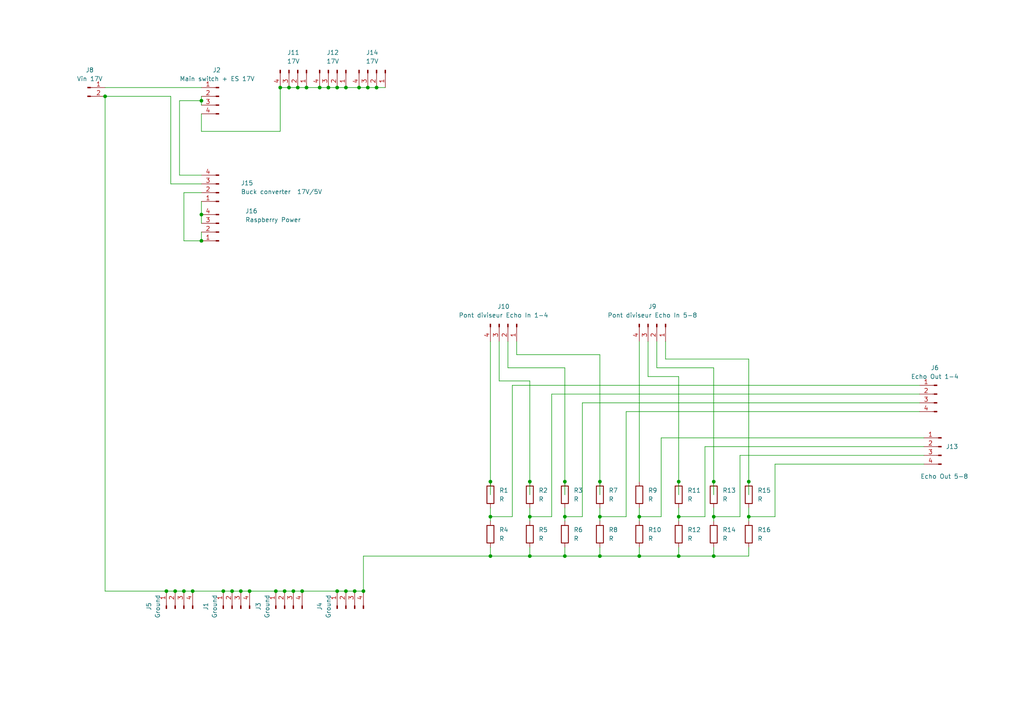
<source format=kicad_sch>
(kicad_sch (version 20250114) (generator "eeschema") (generator_version "9.0")
  (paper "A4")
  (lib_symbols
    (symbol "Connector:Conn_01x02_Pin" (pin_names (offset 1.016) (hide yes))
      (property "Reference" "J" (at 0 2.54 0))
      (property "Value" "Conn_01x02_Pin" (at 0 -5.08 0))
      (symbol "Conn_01x02_Pin_1_1"
        (rectangle (start 0.8636 0.127) (end 0 -0.127) (stroke (width 0.1524)) (fill (type outline)))
        (rectangle (start 0.8636 -2.413) (end 0 -2.667) (stroke (width 0.1524)) (fill (type outline)))
        (polyline (pts (xy 1.27 0) (xy 0.8636 0)) (stroke (width 0.1524)))
        (polyline (pts (xy 1.27 -2.54) (xy 0.8636 -2.54)) (stroke (width 0.1524)))
        (pin passive line (at 5.08 0 180) (length 3.81) (name "Pin_1") (number "1"))
        (pin passive line (at 5.08 -2.54 180) (length 3.81) (name "Pin_2") (number "2"))
      )
    )
    (symbol "Connector:Conn_01x04_Pin" (pin_names (offset 1.016) (hide yes))
      (property "Reference" "J" (at 0 5.08 0))
      (property "Value" "Conn_01x04_Pin" (at 0 -7.62 0))
      (symbol "Conn_01x04_Pin_1_1"
        (rectangle (start 0.8636 2.667) (end 0 2.413) (stroke (width 0.1524)) (fill (type outline)))
        (rectangle (start 0.8636 0.127) (end 0 -0.127) (stroke (width 0.1524)) (fill (type outline)))
        (rectangle (start 0.8636 -2.413) (end 0 -2.667) (stroke (width 0.1524)) (fill (type outline)))
        (rectangle (start 0.8636 -4.953) (end 0 -5.207) (stroke (width 0.1524)) (fill (type outline)))
        (polyline (pts (xy 1.27 2.54) (xy 0.8636 2.54)) (stroke (width 0.1524)))
        (polyline (pts (xy 1.27 0) (xy 0.8636 0)) (stroke (width 0.1524)))
        (polyline (pts (xy 1.27 -2.54) (xy 0.8636 -2.54)) (stroke (width 0.1524)))
        (polyline (pts (xy 1.27 -5.08) (xy 0.8636 -5.08)) (stroke (width 0.1524)))
        (pin passive line (at 5.08 2.54 180) (length 3.81) (name "Pin_1") (number "1"))
        (pin passive line (at 5.08 0 180) (length 3.81) (name "Pin_2") (number "2"))
        (pin passive line (at 5.08 -2.54 180) (length 3.81) (name "Pin_3") (number "3"))
        (pin passive line (at 5.08 -5.08 180) (length 3.81) (name "Pin_4") (number "4"))
      )
    )
    (symbol "Device:R" (pin_numbers (hide yes)) (pin_names (offset 0))
      (property "Reference" "R" (at 2.032 0 90))
      (property "Value" "R" (at 0 0 90))
      (symbol "R_0_1"
        (rectangle (start -1.016 -2.54) (end 1.016 2.54) (stroke (width 0.254)))
      )
      (symbol "R_1_1"
        (pin passive line (at 0 3.81 270) (length 1.27) (name "~") (number "1"))
        (pin passive line (at 0 -3.81 90) (length 1.27) (name "~") (number "2"))
      )
    )
  )
  (junction (at 207.01 161.29))
  (junction (at 80.01 171.45))
  (junction (at 142.24 139.7))
  (junction (at 109.22 25.4))
  (junction (at 196.85 149.86))
  (junction (at 153.67 149.86))
  (junction (at 83.82 25.4))
  (junction (at 106.68 25.4))
  (junction (at 173.99 149.86))
  (junction (at 196.85 139.7))
  (junction (at 69.85 171.45))
  (junction (at 55.88 171.45))
  (junction (at 153.67 139.7))
  (junction (at 30.48 27.94))
  (junction (at 104.14 25.4))
  (junction (at 81.28 25.4))
  (junction (at 92.71 25.4))
  (junction (at 82.55 171.45))
  (junction (at 85.09 171.45))
  (junction (at 64.77 171.45))
  (junction (at 86.36 25.4))
  (junction (at 67.31 171.45))
  (junction (at 97.79 171.45))
  (junction (at 217.17 139.7))
  (junction (at 163.83 149.86))
  (junction (at 58.42 69.85))
  (junction (at 97.79 25.4))
  (junction (at 58.42 62.23))
  (junction (at 53.34 171.45))
  (junction (at 196.85 161.29))
  (junction (at 142.24 161.29))
  (junction (at 163.83 139.7))
  (junction (at 48.26 171.45))
  (junction (at 58.42 29.21))
  (junction (at 95.25 25.4))
  (junction (at 105.41 171.45))
  (junction (at 87.63 171.45))
  (junction (at 153.67 161.29))
  (junction (at 163.83 161.29))
  (junction (at 88.9 25.4))
  (junction (at 100.33 25.4))
  (junction (at 100.33 171.45))
  (junction (at 142.24 149.86))
  (junction (at 173.99 139.7))
  (junction (at 207.01 149.86))
  (junction (at 185.42 161.29))
  (junction (at 207.01 139.7))
  (junction (at 102.87 171.45))
  (junction (at 72.39 171.45))
  (junction (at 173.99 161.29))
  (junction (at 217.17 149.86))
  (junction (at 50.8 171.45))
  (junction (at 185.42 149.86))
  (wire (pts (xy 100.33 25.4) (xy 104.14 25.4)))
  (wire (pts (xy 58.42 67.31) (xy 58.42 69.85)))
  (wire (pts (xy 58.42 55.88) (xy 53.34 55.88)))
  (wire (pts (xy 173.99 102.87) (xy 149.86 102.87)))
  (wire (pts (xy 58.42 27.94) (xy 58.42 29.21)))
  (wire (pts (xy 48.26 171.45) (xy 50.8 171.45)))
  (wire (pts (xy 168.91 149.86) (xy 168.91 116.84)))
  (wire (pts (xy 80.01 171.45) (xy 82.55 171.45)))
  (wire (pts (xy 160.02 114.3) (xy 266.7 114.3)))
  (wire (pts (xy 52.07 50.8) (xy 58.42 50.8)))
  (wire (pts (xy 173.99 161.29) (xy 185.42 161.29)))
  (wire (pts (xy 53.34 171.45) (xy 55.88 171.45)))
  (wire (pts (xy 144.78 110.49) (xy 144.78 99.06)))
  (wire (pts (xy 142.24 149.86) (xy 148.59 149.86)))
  (wire (pts (xy 196.85 143.51) (xy 196.85 139.7)))
  (wire (pts (xy 185.42 161.29) (xy 196.85 161.29)))
  (wire (pts (xy 191.77 127) (xy 267.97 127)))
  (wire (pts (xy 81.28 38.1) (xy 81.28 25.4)))
  (wire (pts (xy 163.83 147.32) (xy 163.83 149.86)))
  (wire (pts (xy 52.07 29.21) (xy 52.07 50.8)))
  (wire (pts (xy 163.83 143.51) (xy 163.83 139.7)))
  (wire (pts (xy 196.85 109.22) (xy 187.96 109.22)))
  (wire (pts (xy 163.83 149.86) (xy 168.91 149.86)))
  (wire (pts (xy 224.79 149.86) (xy 224.79 134.62)))
  (wire (pts (xy 147.32 106.68) (xy 147.32 99.06)))
  (wire (pts (xy 173.99 139.7) (xy 173.99 102.87)))
  (wire (pts (xy 153.67 110.49) (xy 144.78 110.49)))
  (wire (pts (xy 217.17 143.51) (xy 217.17 139.7)))
  (wire (pts (xy 173.99 158.75) (xy 173.99 161.29)))
  (wire (pts (xy 207.01 143.51) (xy 207.01 139.7)))
  (wire (pts (xy 109.22 25.4) (xy 111.76 25.4)))
  (wire (pts (xy 87.63 171.45) (xy 97.79 171.45)))
  (wire (pts (xy 53.34 69.85) (xy 58.42 69.85)))
  (wire (pts (xy 83.82 25.4) (xy 86.36 25.4)))
  (wire (pts (xy 153.67 149.86) (xy 160.02 149.86)))
  (wire (pts (xy 142.24 143.51) (xy 142.24 139.7)))
  (wire (pts (xy 217.17 149.86) (xy 217.17 151.13)))
  (wire (pts (xy 196.85 149.86) (xy 204.47 149.86)))
  (wire (pts (xy 153.67 139.7) (xy 153.67 110.49)))
  (wire (pts (xy 106.68 25.4) (xy 109.22 25.4)))
  (wire (pts (xy 217.17 139.7) (xy 217.17 104.14)))
  (wire (pts (xy 163.83 158.75) (xy 163.83 161.29)))
  (wire (pts (xy 148.59 111.76) (xy 266.7 111.76)))
  (wire (pts (xy 72.39 171.45) (xy 80.01 171.45)))
  (wire (pts (xy 196.85 158.75) (xy 196.85 161.29)))
  (wire (pts (xy 163.83 149.86) (xy 163.83 151.13)))
  (wire (pts (xy 196.85 139.7) (xy 196.85 109.22)))
  (wire (pts (xy 217.17 158.75) (xy 217.17 161.29)))
  (wire (pts (xy 207.01 139.7) (xy 207.01 106.68)))
  (wire (pts (xy 105.41 161.29) (xy 105.41 171.45)))
  (wire (pts (xy 185.42 99.06) (xy 185.42 139.7)))
  (wire (pts (xy 149.86 102.87) (xy 149.86 99.06)))
  (wire (pts (xy 173.99 143.51) (xy 173.99 139.7)))
  (wire (pts (xy 58.42 62.23) (xy 58.42 58.42)))
  (wire (pts (xy 173.99 149.86) (xy 181.61 149.86)))
  (wire (pts (xy 30.48 171.45) (xy 48.26 171.45)))
  (wire (pts (xy 49.53 53.34) (xy 58.42 53.34)))
  (wire (pts (xy 142.24 158.75) (xy 142.24 161.29)))
  (wire (pts (xy 142.24 161.29) (xy 153.67 161.29)))
  (wire (pts (xy 55.88 171.45) (xy 64.77 171.45)))
  (wire (pts (xy 92.71 25.4) (xy 95.25 25.4)))
  (wire (pts (xy 81.28 25.4) (xy 83.82 25.4)))
  (wire (pts (xy 88.9 25.4) (xy 92.71 25.4)))
  (wire (pts (xy 187.96 109.22) (xy 187.96 99.06)))
  (wire (pts (xy 30.48 27.94) (xy 30.48 171.45)))
  (wire (pts (xy 102.87 171.45) (xy 105.41 171.45)))
  (wire (pts (xy 105.41 161.29) (xy 142.24 161.29)))
  (wire (pts (xy 69.85 171.45) (xy 72.39 171.45)))
  (wire (pts (xy 185.42 149.86) (xy 191.77 149.86)))
  (wire (pts (xy 168.91 116.84) (xy 266.7 116.84)))
  (wire (pts (xy 193.04 104.14) (xy 193.04 99.06)))
  (wire (pts (xy 142.24 149.86) (xy 142.24 151.13)))
  (wire (pts (xy 153.67 143.51) (xy 153.67 139.7)))
  (wire (pts (xy 53.34 55.88) (xy 53.34 69.85)))
  (wire (pts (xy 58.42 29.21) (xy 52.07 29.21)))
  (wire (pts (xy 58.42 38.1) (xy 81.28 38.1)))
  (wire (pts (xy 173.99 149.86) (xy 173.99 151.13)))
  (wire (pts (xy 224.79 134.62) (xy 267.97 134.62)))
  (wire (pts (xy 217.17 161.29) (xy 207.01 161.29)))
  (wire (pts (xy 207.01 158.75) (xy 207.01 161.29)))
  (wire (pts (xy 86.36 25.4) (xy 88.9 25.4)))
  (wire (pts (xy 185.42 158.75) (xy 185.42 161.29)))
  (wire (pts (xy 173.99 161.29) (xy 163.83 161.29)))
  (wire (pts (xy 58.42 33.02) (xy 58.42 38.1)))
  (wire (pts (xy 58.42 29.21) (xy 58.42 30.48)))
  (wire (pts (xy 100.33 171.45) (xy 102.87 171.45)))
  (wire (pts (xy 153.67 149.86) (xy 153.67 151.13)))
  (wire (pts (xy 163.83 106.68) (xy 147.32 106.68)))
  (wire (pts (xy 207.01 106.68) (xy 190.5 106.68)))
  (wire (pts (xy 214.63 149.86) (xy 214.63 132.08)))
  (wire (pts (xy 104.14 25.4) (xy 106.68 25.4)))
  (wire (pts (xy 196.85 161.29) (xy 207.01 161.29)))
  (wire (pts (xy 160.02 149.86) (xy 160.02 114.3)))
  (wire (pts (xy 173.99 147.32) (xy 173.99 149.86)))
  (wire (pts (xy 153.67 147.32) (xy 153.67 149.86)))
  (wire (pts (xy 204.47 129.54) (xy 267.97 129.54)))
  (wire (pts (xy 181.61 149.86) (xy 181.61 119.38)))
  (wire (pts (xy 64.77 171.45) (xy 67.31 171.45)))
  (wire (pts (xy 97.79 25.4) (xy 100.33 25.4)))
  (wire (pts (xy 142.24 147.32) (xy 142.24 149.86)))
  (wire (pts (xy 196.85 147.32) (xy 196.85 149.86)))
  (wire (pts (xy 142.24 99.06) (xy 142.24 139.7)))
  (wire (pts (xy 97.79 171.45) (xy 100.33 171.45)))
  (wire (pts (xy 190.5 106.68) (xy 190.5 99.06)))
  (wire (pts (xy 185.42 149.86) (xy 185.42 151.13)))
  (wire (pts (xy 153.67 158.75) (xy 153.67 161.29)))
  (wire (pts (xy 148.59 149.86) (xy 148.59 111.76)))
  (wire (pts (xy 67.31 171.45) (xy 69.85 171.45)))
  (wire (pts (xy 95.25 25.4) (xy 97.79 25.4)))
  (wire (pts (xy 217.17 149.86) (xy 224.79 149.86)))
  (wire (pts (xy 214.63 132.08) (xy 267.97 132.08)))
  (wire (pts (xy 196.85 149.86) (xy 196.85 151.13)))
  (wire (pts (xy 207.01 149.86) (xy 214.63 149.86)))
  (wire (pts (xy 49.53 27.94) (xy 49.53 53.34)))
  (wire (pts (xy 163.83 139.7) (xy 163.83 106.68)))
  (wire (pts (xy 181.61 119.38) (xy 266.7 119.38)))
  (wire (pts (xy 217.17 104.14) (xy 193.04 104.14)))
  (wire (pts (xy 30.48 27.94) (xy 49.53 27.94)))
  (wire (pts (xy 85.09 171.45) (xy 87.63 171.45)))
  (wire (pts (xy 185.42 147.32) (xy 185.42 149.86)))
  (wire (pts (xy 58.42 64.77) (xy 58.42 62.23)))
  (wire (pts (xy 204.47 149.86) (xy 204.47 129.54)))
  (wire (pts (xy 207.01 147.32) (xy 207.01 149.86)))
  (wire (pts (xy 30.48 25.4) (xy 58.42 25.4)))
  (wire (pts (xy 217.17 147.32) (xy 217.17 149.86)))
  (wire (pts (xy 153.67 161.29) (xy 163.83 161.29)))
  (wire (pts (xy 207.01 149.86) (xy 207.01 151.13)))
  (wire (pts (xy 50.8 171.45) (xy 53.34 171.45)))
  (wire (pts (xy 191.77 149.86) (xy 191.77 127)))
  (wire (pts (xy 82.55 171.45) (xy 85.09 171.45)))
  (symbol (lib_id "Device:R") (at 173.99 143.51 0) (unit 1)
    (property "Reference" "R7" (at 176.53 142.2399 0) (effects (justify left)))
    (property "Value" "R" (at 176.53 144.7799 0) (effects (justify left)))
    (property "Footprint" "Resistor_THT:R_Axial_DIN0411_L9.9mm_D3.6mm_P25.40mm_Horizontal" (effects (hide yes)))
    (property "Description" "Resistor" (effects (hide yes)))
  )
  (symbol (lib_id "Device:R") (at 207.01 154.94 0) (unit 1)
    (property "Reference" "R14" (at 209.55 153.6699 0) (effects (justify left)))
    (property "Value" "R" (at 209.55 156.2099 0) (effects (justify left)))
    (property "Footprint" "Resistor_THT:R_Axial_DIN0411_L9.9mm_D3.6mm_P25.40mm_Horizontal" (effects (hide yes)))
    (property "Description" "Resistor" (effects (hide yes)))
  )
  (symbol (lib_id "Connector:Conn_01x04_Pin") (at 82.55 176.53 90) (unit 1)
    (property "Reference" "J3" (at 74.93 175.895 0))
    (property "Value" "Ground" (at 77.47 175.895 0))
    (property "Footprint" "Connector_Molex:Molex_SL_171971-0004_1x04_P2.54mm_Vertical" (effects (hide yes)))
    (property "Description" "Generic connector, single row, 01x04, script generated" (effects (hide yes)))
  )
  (symbol (lib_id "Connector:Conn_01x04_Pin") (at 147.32 93.98 270) (unit 1)
    (property "Reference" "J10" (at 146.05 88.9 90))
    (property "Value" "Pont diviseur Echo In 1-4" (at 146.05 91.44 90))
    (property "Footprint" "Connector_Molex:Molex_SL_171971-0004_1x04_P2.54mm_Vertical" (effects (hide yes)))
    (property "Description" "Generic connector, single row, 01x04, script generated" (effects (hide yes)))
  )
  (symbol (lib_id "Connector:Conn_01x04_Pin") (at 109.22 20.32 270) (unit 1)
    (property "Reference" "J14" (at 107.95 15.24 90))
    (property "Value" "17V" (at 107.95 17.78 90))
    (property "Footprint" "Connector_Molex:Molex_SL_171971-0004_1x04_P2.54mm_Vertical" (effects (hide yes)))
    (property "Description" "Generic connector, single row, 01x04, script generated" (effects (hide yes)))
  )
  (symbol (lib_id "Device:R") (at 163.83 154.94 0) (unit 1)
    (property "Reference" "R6" (at 166.37 153.6699 0) (effects (justify left)))
    (property "Value" "R" (at 166.37 156.2099 0) (effects (justify left)))
    (property "Footprint" "Resistor_THT:R_Axial_DIN0411_L9.9mm_D3.6mm_P25.40mm_Horizontal" (effects (hide yes)))
    (property "Description" "Resistor" (effects (hide yes)))
  )
  (symbol (lib_id "Device:R") (at 196.85 154.94 0) (unit 1)
    (property "Reference" "R12" (at 199.39 153.6699 0) (effects (justify left)))
    (property "Value" "R" (at 199.39 156.2099 0) (effects (justify left)))
    (property "Footprint" "Resistor_THT:R_Axial_DIN0411_L9.9mm_D3.6mm_P25.40mm_Horizontal" (effects (hide yes)))
    (property "Description" "Resistor" (effects (hide yes)))
  )
  (symbol (lib_id "Device:R") (at 173.99 154.94 0) (unit 1)
    (property "Reference" "R8" (at 176.53 153.6699 0) (effects (justify left)))
    (property "Value" "R" (at 176.53 156.2099 0) (effects (justify left)))
    (property "Footprint" "Resistor_THT:R_Axial_DIN0411_L9.9mm_D3.6mm_P25.40mm_Horizontal" (effects (hide yes)))
    (property "Description" "Resistor" (effects (hide yes)))
  )
  (symbol (lib_id "Device:R") (at 153.67 154.94 0) (unit 1)
    (property "Reference" "R5" (at 156.21 153.6699 0) (effects (justify left)))
    (property "Value" "R" (at 156.21 156.2099 0) (effects (justify left)))
    (property "Footprint" "Resistor_THT:R_Axial_DIN0411_L9.9mm_D3.6mm_P25.40mm_Horizontal" (effects (hide yes)))
    (property "Description" "Resistor" (effects (hide yes)))
  )
  (symbol (lib_id "Device:R") (at 196.85 143.51 0) (unit 1)
    (property "Reference" "R11" (at 199.39 142.2399 0) (effects (justify left)))
    (property "Value" "R" (at 199.39 144.7799 0) (effects (justify left)))
    (property "Footprint" "Resistor_THT:R_Axial_DIN0411_L9.9mm_D3.6mm_P25.40mm_Horizontal" (effects (hide yes)))
    (property "Description" "Resistor" (effects (hide yes)))
  )
  (symbol (lib_id "Connector:Conn_01x04_Pin") (at 50.8 176.53 90) (unit 1)
    (property "Reference" "J5" (at 43.18 175.895 0))
    (property "Value" "Ground" (at 45.72 175.895 0))
    (property "Footprint" "Connector_Molex:Molex_SL_171971-0004_1x04_P2.54mm_Vertical" (effects (hide yes)))
    (property "Description" "Generic connector, single row, 01x04, script generated" (effects (hide yes)))
  )
  (symbol (lib_id "Device:R") (at 207.01 143.51 0) (unit 1)
    (property "Reference" "R13" (at 209.55 142.2399 0) (effects (justify left)))
    (property "Value" "R" (at 209.55 144.7799 0) (effects (justify left)))
    (property "Footprint" "Resistor_THT:R_Axial_DIN0411_L9.9mm_D3.6mm_P25.40mm_Horizontal" (effects (hide yes)))
    (property "Description" "Resistor" (effects (hide yes)))
  )
  (symbol (lib_id "Connector:Conn_01x04_Pin") (at 63.5 27.94 0) (mirror y) (unit 1)
    (property "Reference" "J2" (at 62.865 20.32 0))
    (property "Value" "Main switch + ES 17V" (at 62.992 22.86 0))
    (property "Footprint" "Connector_Molex:Molex_SL_171971-0004_1x04_P2.54mm_Vertical" (effects (hide yes)))
    (property "Description" "Generic connector, single row, 01x04, script generated" (effects (hide yes)))
  )
  (symbol (lib_id "Device:R") (at 163.83 143.51 0) (unit 1)
    (property "Reference" "R3" (at 166.37 142.2399 0) (effects (justify left)))
    (property "Value" "R" (at 166.37 144.7799 0) (effects (justify left)))
    (property "Footprint" "Resistor_THT:R_Axial_DIN0411_L9.9mm_D3.6mm_P25.40mm_Horizontal" (effects (hide yes)))
    (property "Description" "Resistor" (effects (hide yes)))
  )
  (symbol (lib_id "Connector:Conn_01x04_Pin") (at 100.33 176.53 90) (unit 1)
    (property "Reference" "J4" (at 92.71 175.895 0))
    (property "Value" "Ground" (at 95.25 175.895 0))
    (property "Footprint" "Connector_Molex:Molex_SL_171971-0004_1x04_P2.54mm_Vertical" (effects (hide yes)))
    (property "Description" "Generic connector, single row, 01x04, script generated" (effects (hide yes)))
  )
  (symbol (lib_id "Device:R") (at 217.17 143.51 0) (unit 1)
    (property "Reference" "R15" (at 219.71 142.2399 0) (effects (justify left)))
    (property "Value" "R" (at 219.71 144.7799 0) (effects (justify left)))
    (property "Footprint" "Resistor_THT:R_Axial_DIN0411_L9.9mm_D3.6mm_P25.40mm_Horizontal" (effects (hide yes)))
    (property "Description" "Resistor" (effects (hide yes)))
  )
  (symbol (lib_id "Device:R") (at 217.17 154.94 0) (unit 1)
    (property "Reference" "R16" (at 219.71 153.6699 0) (effects (justify left)))
    (property "Value" "R" (at 219.71 156.2099 0) (effects (justify left)))
    (property "Footprint" "Resistor_THT:R_Axial_DIN0411_L9.9mm_D3.6mm_P25.40mm_Horizontal" (effects (hide yes)))
    (property "Description" "Resistor" (effects (hide yes)))
  )
  (symbol (lib_id "Connector:Conn_01x02_Pin") (at 25.4 25.4 0) (unit 1)
    (property "Reference" "J8" (at 26.035 20.32 0))
    (property "Value" "Vin 17V" (at 26.035 22.86 0))
    (property "Footprint" "Connector_JST:JST_NV_B02P-NV_1x02_P5.00mm_Vertical" (effects (hide yes)))
    (property "Description" "Generic connector, single row, 01x02, script generated" (effects (hide yes)))
  )
  (symbol (lib_id "Connector:Conn_01x04_Pin") (at 67.31 176.53 90) (unit 1)
    (property "Reference" "J1" (at 59.69 175.895 0))
    (property "Value" "Ground" (at 62.23 175.895 0))
    (property "Footprint" "Connector_Molex:Molex_SL_171971-0004_1x04_P2.54mm_Vertical" (effects (hide yes)))
    (property "Description" "Generic connector, single row, 01x04, script generated" (effects (hide yes)))
  )
  (symbol (lib_id "Device:R") (at 142.24 154.94 0) (unit 1)
    (property "Reference" "R4" (at 144.78 153.6699 0) (effects (justify left)))
    (property "Value" "R" (at 144.78 156.2099 0) (effects (justify left)))
    (property "Footprint" "Resistor_THT:R_Axial_DIN0411_L9.9mm_D3.6mm_P25.40mm_Horizontal" (effects (hide yes)))
    (property "Description" "Resistor" (effects (hide yes)))
  )
  (symbol (lib_id "Connector:Conn_01x04_Pin") (at 63.5 55.88 180) (unit 1)
    (property "Reference" "J15" (at 69.85 53.086 0) (effects (justify right)))
    (property "Value" "Buck converter  17V/5V" (at 69.85 55.626 0) (effects (justify right)))
    (property "Footprint" "Connector_Molex:Molex_SL_171971-0004_1x04_P2.54mm_Vertical" (effects (hide yes)))
    (property "Description" "Generic connector, single row, 01x04, script generated" (effects (hide yes)))
  )
  (symbol (lib_id "Device:R") (at 185.42 143.51 0) (unit 1)
    (property "Reference" "R9" (at 187.96 142.2399 0) (effects (justify left)))
    (property "Value" "R" (at 187.96 144.7799 0) (effects (justify left)))
    (property "Footprint" "Resistor_THT:R_Axial_DIN0411_L9.9mm_D3.6mm_P25.40mm_Horizontal" (effects (hide yes)))
    (property "Description" "Resistor" (effects (hide yes)))
  )
  (symbol (lib_id "Device:R") (at 142.24 143.51 0) (unit 1)
    (property "Reference" "R1" (at 144.78 142.2399 0) (effects (justify left)))
    (property "Value" "R" (at 144.78 144.7799 0) (effects (justify left)))
    (property "Footprint" "Resistor_THT:R_Axial_DIN0411_L9.9mm_D3.6mm_P25.40mm_Horizontal" (effects (hide yes)))
    (property "Description" "Resistor" (effects (hide yes)))
  )
  (symbol (lib_id "Connector:Conn_01x04_Pin") (at 271.78 114.3 0) (mirror y) (unit 1)
    (property "Reference" "J6" (at 271.145 106.68 0))
    (property "Value" "Echo Out 1-4" (at 271.145 109.22 0))
    (property "Footprint" "Connector_Molex:Molex_SL_171971-0004_1x04_P2.54mm_Vertical" (effects (hide yes)))
    (property "Description" "Generic connector, single row, 01x04, script generated" (effects (hide yes)))
  )
  (symbol (lib_id "Device:R") (at 153.67 143.51 0) (unit 1)
    (property "Reference" "R2" (at 156.21 142.2399 0) (effects (justify left)))
    (property "Value" "R" (at 156.21 144.7799 0) (effects (justify left)))
    (property "Footprint" "Resistor_THT:R_Axial_DIN0411_L9.9mm_D3.6mm_P25.40mm_Horizontal" (effects (hide yes)))
    (property "Description" "Resistor" (effects (hide yes)))
  )
  (symbol (lib_id "Connector:Conn_01x04_Pin") (at 63.5 67.31 180) (unit 1)
    (property "Reference" "J16" (at 71.12 61.214 0) (effects (justify right)))
    (property "Value" "Raspberry Power" (at 71.12 63.754 0) (effects (justify right)))
    (property "Footprint" "Connector_Molex:Molex_SL_171971-0004_1x04_P2.54mm_Vertical" (effects (hide yes)))
    (property "Description" "Generic connector, single row, 01x04, script generated" (effects (hide yes)))
  )
  (symbol (lib_id "Connector:Conn_01x04_Pin") (at 273.05 129.54 0) (mirror y) (unit 1)
    (property "Reference" "J13" (at 274.32 129.5399 0) (effects (justify right)))
    (property "Value" "Echo Out 5-8" (at 266.954 138.176 0) (effects (justify right)))
    (property "Footprint" "Connector_Molex:Molex_SL_171971-0004_1x04_P2.54mm_Vertical" (effects (hide yes)))
    (property "Description" "Generic connector, single row, 01x04, script generated" (effects (hide yes)))
  )
  (symbol (lib_id "Connector:Conn_01x04_Pin") (at 97.79 20.32 270) (unit 1)
    (property "Reference" "J12" (at 96.52 15.24 90))
    (property "Value" "17V" (at 96.52 17.78 90))
    (property "Footprint" "Connector_Molex:Molex_SL_171971-0004_1x04_P2.54mm_Vertical" (effects (hide yes)))
    (property "Description" "Generic connector, single row, 01x04, script generated" (effects (hide yes)))
  )
  (symbol (lib_id "Connector:Conn_01x04_Pin") (at 86.36 20.32 270) (unit 1)
    (property "Reference" "J11" (at 85.09 15.24 90))
    (property "Value" "17V" (at 85.09 17.78 90))
    (property "Footprint" "Connector_Molex:Molex_SL_171971-0004_1x04_P2.54mm_Vertical" (effects (hide yes)))
    (property "Description" "Generic connector, single row, 01x04, script generated" (effects (hide yes)))
  )
  (symbol (lib_id "Device:R") (at 185.42 154.94 0) (unit 1)
    (property "Reference" "R10" (at 187.96 153.6699 0) (effects (justify left)))
    (property "Value" "R" (at 187.96 156.2099 0) (effects (justify left)))
    (property "Footprint" "Resistor_THT:R_Axial_DIN0411_L9.9mm_D3.6mm_P25.40mm_Horizontal" (effects (hide yes)))
    (property "Description" "Resistor" (effects (hide yes)))
  )
  (symbol (lib_id "Connector:Conn_01x04_Pin") (at 190.5 93.98 270) (unit 1)
    (property "Reference" "J9" (at 189.23 88.9 90))
    (property "Value" "Pont diviseur Echo In 5-8" (at 189.23 91.44 90))
    (property "Footprint" "Connector_Molex:Molex_SL_171971-0004_1x04_P2.54mm_Vertical" (effects (hide yes)))
    (property "Description" "Generic connector, single row, 01x04, script generated" (effects (hide yes)))
  )
)
</source>
